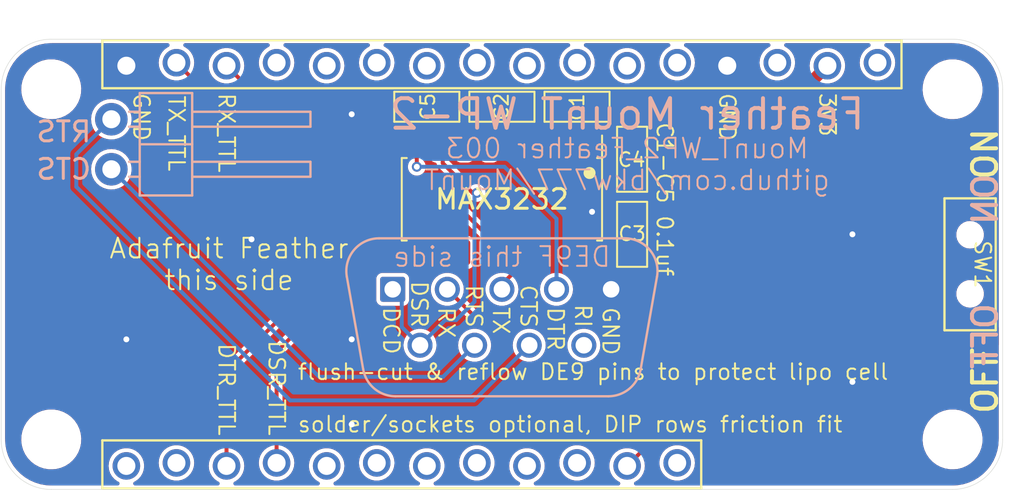
<source format=kicad_pcb>
(kicad_pcb (version 20211014) (generator pcbnew)
  (title_block (title "MounT_WP2_Feather") (date "2022-10-23") (rev "003") (company "Brian K. White - b.kenyon.w@gmail.com") (comment 1 "CC-BY-SA") (comment 2 "github.com/bkw777/MounT"))
  (layers (0 "F.Cu" signal) (31 "B.Cu" signal) (34 "B.Paste" user) (35 "F.Paste" user) (36 "B.SilkS" user "B.Silkscreen") (37 "F.SilkS" user "F.Silkscreen") (38 "B.Mask" user) (39 "F.Mask" user) (44 "Edge.Cuts" user))
  (net 0 "")
  (net 1 "GND")
  (net 2 "Net-(C1-Pad1)")
  (net 3 "Net-(C1-Pad2)")
  (net 4 "Net-(C2-Pad1)")
  (net 5 "Net-(C2-Pad2)")
  (net 6 "Net-(C4-Pad1)")
  (net 7 "Net-(C5-Pad1)")
  (net 8 "/En")
  (net 9 "+3V3")
  (net 10 "/DTR_TTL")
  (net 11 "/DSR_TTL")
  (net 12 "/TX_TTL")
  (net 13 "/RX_TTL")
  (net 14 "/DTR_232")
  (net 15 "/CTS_232")
  (net 16 "/RTS_232")
  (net 17 "/RX_232")
  (net 18 "/TX_232")
  (net 39 "/DSR_DCD_232")
  (footprint "0_LOCAL:C_0805" (layer "F.Cu") (at 151.13 88.519 180)
    (fp_text reference "C1" (at 0 -0.0254 90) (layer "F.SilkS") (effects (font (size 0.7112 0.7112) (thickness 0.1016))))
    (fp_text value "0.1uf")
    (fp_line (start -1.651 -0.762) (end -1.651 0.762) (layer "F.SilkS") (width 0.1016))
    (fp_line (start 1.651 -0.762) (end 1.651 0.762) (layer "F.SilkS") (width 0.1016))
    (fp_line (start 1.651 -0.762) (end -1.651 -0.762) (layer "F.SilkS") (width 0.1016))
    (fp_line (start -1.651 0.762) (end 1.651 0.762) (layer "F.SilkS") (width 0.1016))
    (pad "1" smd roundrect locked (at -1 0 180) (size 1 1.25) (layers "F.Cu" "F.Paste" "F.Mask") (net 2 "Net-(C1-Pad1)"))
    (pad "2" smd roundrect locked (at 1 0 180) (size 1 1.25) (layers "F.Cu" "F.Paste" "F.Mask") (net 3 "Net-(C1-Pad2)"))
  )
  (footprint "0_LOCAL:C_0805" (layer "F.Cu") (at 147.32 88.519 180)
    (fp_text reference "C2" (at 0.0254 0 90) (layer "F.SilkS") (effects (font (size 0.7112 0.7112) (thickness 0.1016))))
    (fp_text value "0.1uf")
    (fp_line (start 1.651 -0.762) (end 1.651 0.762) (layer "F.SilkS") (width 0.1016))
    (fp_line (start -1.651 0.762) (end 1.651 0.762) (layer "F.SilkS") (width 0.1016))
    (fp_line (start 1.651 -0.762) (end -1.651 -0.762) (layer "F.SilkS") (width 0.1016))
    (fp_line (start -1.651 -0.762) (end -1.651 0.762) (layer "F.SilkS") (width 0.1016))
    (pad "1" smd roundrect locked (at -1 0 180) (size 1 1.25) (layers "F.Cu" "F.Paste" "F.Mask") (net 4 "Net-(C2-Pad1)"))
    (pad "2" smd roundrect locked (at 1 0 180) (size 1 1.25) (layers "F.Cu" "F.Paste" "F.Mask") (net 5 "Net-(C2-Pad2)"))
  )
  (footprint "0_LOCAL:Adafruit_Feather_stagger_6mil" (layer "F.Cu") (at 147.32 96.52 180)
    (fp_text reference "J1" hide)
    (fp_text value "Adafruit_Feather")
    (fp_line (start -20.2692 11.3792) (end 20.2692 11.3792) (layer "F.SilkS") (width 0.12))
    (fp_line (start -10.1092 -11.3792) (end -10.1092 -8.9408) (layer "F.SilkS") (width 0.12))
    (fp_line (start -20.2692 8.9408) (end -20.2692 11.3792) (layer "F.SilkS") (width 0.12))
    (fp_line (start 20.2692 -11.3792) (end -10.1092 -11.3792) (layer "F.SilkS") (width 0.12))
    (fp_line (start 20.2692 -8.9408) (end 20.2692 -11.3792) (layer "F.SilkS") (width 0.12))
    (fp_line (start 20.2692 8.9408) (end -20.2692 8.9408) (layer "F.SilkS") (width 0.12))
    (fp_line (start -10.1092 -8.9408) (end 20.2692 -8.9408) (layer "F.SilkS") (width 0.12))
    (fp_line (start 20.2692 11.3792) (end 20.2692 8.9408) (layer "F.SilkS") (width 0.12))
    (pad "" np_thru_hole circle locked (at -22.86 -8.89 180) (size 2.54 2.54) (drill 2.54) (layers *.Cu *.Mask))
    (pad "" np_thru_hole circle locked (at 22.86 8.89 180) (size 2.54 2.54) (drill 2.54) (layers *.Cu *.Mask))
    (pad "" np_thru_hole circle locked (at -22.86 8.89 180) (size 2.54 2.54) (drill 2.54) (layers *.Cu *.Mask))
    (pad "" np_thru_hole circle locked (at 22.86 -8.89 180) (size 2.54 2.54) (drill 2.54) (layers *.Cu *.Mask))
    (pad "1" thru_hole circle locked (at -19.05 10.2362 180) (size 1.397 1.397) (drill 0.9144) (layers *.Cu *.Mask))
    (pad "2" thru_hole circle locked (at -16.51 10.0838 180) (size 1.397 1.397) (drill 0.9144) (layers *.Cu *.Mask) (net 9 "+3V3"))
    (pad "3" thru_hole circle locked (at -13.97 10.2362 180) (size 1.397 1.397) (drill 0.9144) (layers *.Cu *.Mask))
    (pad "4" thru_hole circle locked (at -11.43 10.0838 180) (size 1.397 1.397) (drill 0.9144) (layers *.Cu *.Mask) (net 1 "GND"))
    (pad "5" thru_hole circle locked (at -8.89 10.2362 180) (size 1.397 1.397) (drill 0.9144) (layers *.Cu *.Mask))
    (pad "6" thru_hole circle locked (at -6.35 10.0838 180) (size 1.397 1.397) (drill 0.9144) (layers *.Cu *.Mask))
    (pad "7" thru_hole circle locked (at -3.81 10.2362 180) (size 1.397 1.397) (drill 0.9144) (layers *.Cu *.Mask))
    (pad "8" thru_hole circle locked (at -1.27 10.0838 180) (size 1.397 1.397) (drill 0.9144) (layers *.Cu *.Mask))
    (pad "9" thru_hole circle locked (at 1.27 10.2362 180) (size 1.397 1.397) (drill 0.9144) (layers *.Cu *.Mask))
    (pad "10" thru_hole circle locked (at 3.81 10.0838 180) (size 1.397 1.397) (drill 0.9144) (layers *.Cu *.Mask))
    (pad "11" thru_hole circle locked (at 6.35 10.2362 180) (size 1.397 1.397) (drill 0.9144) (layers *.Cu *.Mask))
    (pad "12" thru_hole circle locked (at 8.89 10.0838 180) (size 1.397 1.397) (drill 0.9144) (layers *.Cu *.Mask))
    (pad "13" thru_hole circle locked (at 11.43 10.2362 180) (size 1.397 1.397) (drill 0.9144) (layers *.Cu *.Mask))
    (pad "14" thru_hole circle locked (at 13.97 10.0838 180) (size 1.397 1.397) (drill 0.9144) (layers *.Cu *.Mask) (net 13 "/RX_TTL"))
    (pad "15" thru_hole circle locked (at 16.51 10.2362 180) (size 1.397 1.397) (drill 0.9144) (layers *.Cu *.Mask) (net 12 "/TX_TTL"))
    (pad "16" thru_hole circle locked (at 19.05 10.0838 180) (size 1.397 1.397) (drill 0.9144) (layers *.Cu *.Mask) (net 1 "GND"))
    (pad "17" thru_hole circle locked (at 19.05 -10.2362 180) (size 1.397 1.397) (drill 0.9144) (layers *.Cu *.Mask))
    (pad "18" thru_hole circle locked (at 16.51 -10.0838 180) (size 1.397 1.397) (drill 0.9144) (layers *.Cu *.Mask))
    (pad "19" thru_hole circle locked (at 13.97 -10.2362 180) (size 1.397 1.397) (drill 0.9144) (layers *.Cu *.Mask) (net 10 "/DTR_TTL"))
    (pad "20" thru_hole circle locked (at 11.43 -10.0838 180) (size 1.397 1.397) (drill 0.9144) (layers *.Cu *.Mask) (net 11 "/DSR_TTL"))
    (pad "21" thru_hole circle locked (at 8.89 -10.2362 180) (size 1.397 1.397) (drill 0.9144) (layers *.Cu *.Mask))
    (pad "22" thru_hole circle locked (at 6.35 -10.0838 180) (size 1.397 1.397) (drill 0.9144) (layers *.Cu *.Mask))
    (pad "23" thru_hole circle locked (at 3.81 -10.2362 180) (size 1.397 1.397) (drill 0.9144) (layers *.Cu *.Mask))
    (pad "24" thru_hole circle locked (at 1.27 -10.0838 180) (size 1.397 1.397) (drill 0.9144) (layers *.Cu *.Mask))
    (pad "25" thru_hole circle locked (at -1.27 -10.2362 180) (size 1.397 1.397) (drill 0.9144) (layers *.Cu *.Mask))
    (pad "26" thru_hole circle locked (at -3.81 -10.0838 180) (size 1.397 1.397) (drill 0.9144) (layers *.Cu *.Mask))
    (pad "27" thru_hole circle locked (at -6.35 -10.2362 180) (size 1.397 1.397) (drill 0.9144) (layers *.Cu *.Mask) (net 8 "/En"))
    (pad "28" thru_hole circle locked (at -8.89 -10.0838 180) (size 1.397 1.397) (drill 0.9144) (layers *.Cu *.Mask))
  )
  (footprint "0_LOCAL:SOIC-16_W3.90mm" (layer "F.Cu") (at 147.32 93.218 180)
    (fp_text reference "U1" hide)
    (fp_text value "MAX3232" (at 0 0) (layer "F.SilkS"))
    (fp_line (start 4.826 2.0955) (end 5.08 2.0955) (layer "F.SilkS") (width 0.1))
    (fp_line (start -5.08 2.0955) (end -4.826 2.0955) (layer "F.SilkS") (width 0.1))
    (fp_line (start 5.08 2.0955) (end 5.08 -2.0955) (layer "F.SilkS") (width 0.1))
    (fp_line (start -5.08 -2.0955) (end -4.826 -2.0955) (layer "F.SilkS") (width 0.1))
    (fp_line (start 4.826 -2.0955) (end 5.08 -2.0955) (layer "F.SilkS") (width 0.1))
    (fp_line (start -5.08 -2.0955) (end -5.08 3.2385) (layer "F.SilkS") (width 0.1))
    (fp_circle (center -4.445 1.3335) (end -4.2926 1.3335) (layer "F.SilkS") (width 0.3048) (fill none))
    (pad "1" smd roundrect locked (at -4.445 2.7 180) (size 0.6 1.27) (layers "F.Cu" "F.Paste" "F.Mask") (net 2 "Net-(C1-Pad1)"))
    (pad "2" smd roundrect locked (at -3.175 2.7 180) (size 0.6 1.27) (layers "F.Cu" "F.Paste" "F.Mask") (net 6 "Net-(C4-Pad1)"))
    (pad "3" smd roundrect locked (at -1.905 2.7 180) (size 0.6 1.27) (layers "F.Cu" "F.Paste" "F.Mask") (net 3 "Net-(C1-Pad2)"))
    (pad "4" smd roundrect locked (at -0.635 2.7 180) (size 0.6 1.27) (layers "F.Cu" "F.Paste" "F.Mask") (net 4 "Net-(C2-Pad1)"))
    (pad "5" smd roundrect locked (at 0.635 2.7 180) (size 0.6 1.27) (layers "F.Cu" "F.Paste" "F.Mask") (net 5 "Net-(C2-Pad2)"))
    (pad "6" smd roundrect locked (at 1.905 2.7 180) (size 0.6 1.27) (layers "F.Cu" "F.Paste" "F.Mask") (net 7 "Net-(C5-Pad1)"))
    (pad "7" smd roundrect locked (at 3.175 2.7 180) (size 0.6 1.27) (layers "F.Cu" "F.Paste" "F.Mask") (net 39 "/DSR_DCD_232"))
    (pad "8" smd roundrect locked (at 4.445 2.7 180) (size 0.6 1.27) (layers "F.Cu" "F.Paste" "F.Mask") (net 14 "/DTR_232"))
    (pad "9" smd roundrect locked (at 4.445 -2.7 180) (size 0.6 1.27) (layers "F.Cu" "F.Paste" "F.Mask") (net 11 "/DSR_TTL"))
    (pad "10" smd roundrect locked (at 3.175 -2.7 180) (size 0.6 1.27) (layers "F.Cu" "F.Paste" "F.Mask") (net 10 "/DTR_TTL"))
    (pad "11" smd roundrect locked (at 1.905 -2.7 180) (size 0.6 1.27) (layers "F.Cu" "F.Paste" "F.Mask") (net 12 "/TX_TTL"))
    (pad "12" smd roundrect locked (at 0.635 -2.7 180) (size 0.6 1.27) (layers "F.Cu" "F.Paste" "F.Mask") (net 13 "/RX_TTL"))
    (pad "13" smd roundrect locked (at -0.635 -2.7 180) (size 0.6 1.27) (layers "F.Cu" "F.Paste" "F.Mask") (net 18 "/TX_232"))
    (pad "14" smd roundrect locked (at -1.905 -2.7 180) (size 0.6 1.27) (layers "F.Cu" "F.Paste" "F.Mask") (net 17 "/RX_232"))
    (pad "15" smd roundrect locked (at -3.175 -2.7 180) (size 0.6 1.27) (layers "F.Cu" "F.Paste" "F.Mask") (net 1 "GND"))
    (pad "16" smd roundrect locked (at -4.445 -2.7 180) (size 0.6 1.27) (layers "F.Cu" "F.Paste" "F.Mask") (net 9 "+3V3"))
  )
  (footprint "0_LOCAL:C_0805" (layer "F.Cu") (at 143.51 88.519 180)
    (fp_text reference "C5" (at -0.0508 0 90) (layer "F.SilkS") (effects (font (size 0.7112 0.7112) (thickness 0.1016))))
    (fp_text value "0.1uf")
    (fp_line (start -1.651 0.762) (end 1.651 0.762) (layer "F.SilkS") (width 0.1016))
    (fp_line (start 1.651 -0.762) (end -1.651 -0.762) (layer "F.SilkS") (width 0.1016))
    (fp_line (start 1.651 -0.762) (end 1.651 0.762) (layer "F.SilkS") (width 0.1016))
    (fp_line (start -1.651 -0.762) (end -1.651 0.762) (layer "F.SilkS") (width 0.1016))
    (pad "1" smd roundrect locked (at -1 0 180) (size 1 1.25) (layers "F.Cu" "F.Paste" "F.Mask") (net 7 "Net-(C5-Pad1)"))
    (pad "2" smd roundrect locked (at 1 0 180) (size 1 1.25) (layers "F.Cu" "F.Paste" "F.Mask") (net 1 "GND"))
  )
  (footprint "0_LOCAL:C_0805" (layer "F.Cu") (at 153.924 94.996 90)
    (fp_text reference "C3" (at 0.0254 0) (layer "F.SilkS") (effects (font (size 0.7112 0.7112) (thickness 0.1016))))
    (fp_text value "0.1uf")
    (fp_line (start -1.651 -0.762) (end -1.651 0.762) (layer "F.SilkS") (width 0.1016))
    (fp_line (start 1.651 -0.762) (end -1.651 -0.762) (layer "F.SilkS") (width 0.1016))
    (fp_line (start -1.651 0.762) (end 1.651 0.762) (layer "F.SilkS") (width 0.1016))
    (fp_line (start 1.651 -0.762) (end 1.651 0.762) (layer "F.SilkS") (width 0.1016))
    (pad "1" smd roundrect locked (at -1 0 90) (size 1 1.25) (layers "F.Cu" "F.Paste" "F.Mask") (net 9 "+3V3"))
    (pad "2" smd roundrect locked (at 1 0 90) (size 1 1.25) (layers "F.Cu" "F.Paste" "F.Mask") (net 1 "GND"))
  )
  (footprint "0_LOCAL:C_0805" (layer "F.Cu") (at 153.924 91.186 90)
    (fp_text reference "C4" (at -0.0254 -0.0254) (layer "F.SilkS") (effects (font (size 0.7112 0.7112) (thickness 0.1016))))
    (fp_text value "0.1uf")
    (fp_line (start 1.651 -0.762) (end -1.651 -0.762) (layer "F.SilkS") (width 0.1016))
    (fp_line (start -1.651 -0.762) (end -1.651 0.762) (layer "F.SilkS") (width 0.1016))
    (fp_line (start 1.651 -0.762) (end 1.651 0.762) (layer "F.SilkS") (width 0.1016))
    (fp_line (start -1.651 0.762) (end 1.651 0.762) (layer "F.SilkS") (width 0.1016))
    (pad "1" smd roundrect locked (at -1 0 90) (size 1 1.25) (layers "F.Cu" "F.Paste" "F.Mask") (net 6 "Net-(C4-Pad1)"))
    (pad "2" smd roundrect locked (at 1 0 90) (size 1 1.25) (layers "F.Cu" "F.Paste" "F.Mask") (net 1 "GND"))
  )
  (footprint "0_LOCAL:EG1215" (layer "F.Cu") (at 171.069 96.52 90)
    (fp_text reference "SW1" (at 0 0.635 270 unlocked) (layer "F.SilkS") (effects (font (size 0.8 0.8) (thickness 0.1))))
    (fp_text value "CUS-12TB")
    (fp_line (start -3.35 -1.3) (end -3.35 1.3) (layer "F.SilkS") (width 0.12))
    (fp_line (start 3.35 -1.3) (end -3.35 -1.3) (layer "F.SilkS") (width 0.12))
    (fp_line (start -3.35 1.3) (end 3.35 1.3) (layer "F.SilkS") (width 0.12))
    (fp_line (start 3.35 1.3) (end 3.35 -1.3) (layer "F.SilkS") (width 0.12))
    (pad "" np_thru_hole circle (at -1.5 0 90) (size 0.9 0.9) (drill 0.9) (layers *.Cu *.Mask))
    (pad "" np_thru_hole circle (at 1.5 0 90) (size 0.9 0.9) (drill 0.9) (layers *.Cu *.Mask))
    (pad "1" smd roundrect (at -2.25 -1.75 90) (size 0.7 1.5) (layers "F.Cu" "F.Paste" "F.Mask") (roundrect_rratio 0.1) (net 8 "/En"))
    (pad "2" smd roundrect (at 0.75 -1.75 90) (size 0.7 1.5) (layers "F.Cu" "F.Paste" "F.Mask") (roundrect_rratio 0.1) (net 1 "GND"))
    (pad "3" smd roundrect (at 2.25 -1.75 90) (size 0.7 1.5) (layers "F.Cu" "F.Paste" "F.Mask") (roundrect_rratio 0.1) (net 1 "GND"))
    (pad "S" smd roundrect (at -3.65 1.05 90) (size 1 0.8) (layers "F.Cu" "F.Paste" "F.Mask") (roundrect_rratio 0.1) (net 1 "GND"))
    (pad "S" smd roundrect (at 3.65 -1.05 90) (size 1 0.8) (layers "F.Cu" "F.Paste" "F.Mask") (roundrect_rratio 0.1) (net 1 "GND"))
    (pad "S" smd roundrect (at -3.65 -1.05 90) (size 1 0.8) (layers "F.Cu" "F.Paste" "F.Mask") (roundrect_rratio 0.1) (net 1 "GND"))
    (pad "S" smd roundrect (at 3.65 1.05 90) (size 1 0.8) (layers "F.Cu" "F.Paste" "F.Mask") (roundrect_rratio 0.1) (net 1 "GND"))
  )
  (footprint "0_LOCAL:PinHeader_1x02_P2.54mm_Horizontal" (layer "B.Cu") (at 127.508 91.694)
    (fp_text reference "JP1" hide)
    (fp_text value "Jumper_2_Bridged")
    (fp_line (start 1.44 -1.27) (end 4.1 -1.27) (layer "B.SilkS") (width 0.12))
    (fp_line (start 1.44 -3.87) (end 4.1 -3.87) (layer "B.SilkS") (width 0.12))
    (fp_line (start 4.1 1.33) (end 1.44 1.33) (layer "B.SilkS") (width 0.12))
    (fp_line (start 1.44 1.33) (end 1.44 -3.87) (layer "B.SilkS") (width 0.12))
    (fp_line (start 4.1 -3.87) (end 4.1 1.33) (layer "B.SilkS") (width 0.12))
    (fp_line (start 10.1 -0.38) (end 4.1 -0.38) (layer "B.SilkS") (width 0.12))
    (fp_line (start 0.9 -0.38) (end 1.44 -0.38) (layer "B.SilkS") (width 0.12))
    (fp_line (start 0.9 -2.16) (end 1.44 -2.16) (layer "B.SilkS") (width 0.12))
    (fp_line (start 0.9 0.38) (end 1.44 0.38) (layer "B.SilkS") (width 0.12))
    (fp_line (start 10.1 -2.16) (end 10.1 -2.92) (layer "B.SilkS") (width 0.12))
    (fp_line (start 4.1 0.38) (end 10.1 0.38) (layer "B.SilkS") (width 0.12))
    (fp_line (start 4.1 -2.16) (end 10.1 -2.16) (layer "B.SilkS") (width 0.12))
    (fp_line (start 10.1 -2.92) (end 4.1 -2.92) (layer "B.SilkS") (width 0.12))
    (fp_line (start 0.9 -2.92) (end 1.44 -2.92) (layer "B.SilkS") (width 0.12))
    (fp_line (start 10.1 0.38) (end 10.1 -0.38) (layer "B.SilkS") (width 0.12))
    (pad "1" thru_hole circle (at 0 0) (size 1.651 1.651) (drill 0.9144) (layers *.Cu *.Mask) (net 16 "/RTS_232"))
    (pad "2" thru_hole circle (at 0 -2.54) (size 1.651 1.651) (drill 0.9144) (layers *.Cu *.Mask) (net 15 "/CTS_232"))
  )
  (footprint "0_LOCAL:DSUB-9_Female_Vertical_P2.77x2.84mm" (layer "B.Cu") (at 141.78 97.79 180)
    (fp_text reference "J2" hide)
    (fp_text value "DE9_Female")
    (fp_line (start 2.32647 0.641744) (end 1.497733 -4.058256) (layer "B.SilkS") (width 0.12))
    (fp_line (start -13.40647 0.641744) (end -12.577733 -4.058256) (layer "B.SilkS") (width 0.12))
    (fp_line (start -10.942952 -5.43) (end -0.137048 -5.43) (layer "B.SilkS") (width 0.12))
    (fp_line (start -11.771689 2.59) (end 0.691689 2.59) (layer "B.SilkS") (width 0.12))
    (fp_arc (start -0.137048 -5.43) (mid 0.92998 -5.041634) (end 1.497733 -4.058256) (layer "B.SilkS") (width 0.12))
    (fp_arc (start 2.32647 0.641744) (mid 1.963323 1.997027) (end 0.691689 2.59) (layer "B.SilkS") (width 0.12))
    (fp_arc (start -11.771689 2.59) (mid -13.043323 1.997027) (end -13.40647 0.641744) (layer "B.SilkS") (width 0.12))
    (fp_arc (start -12.577733 -4.058256) (mid -12.00998 -5.041634) (end -10.942952 -5.43) (layer "B.SilkS") (width 0.12))
    (pad "1" thru_hole roundrect locked (at 0 0 180) (size 1.27 1.27) (drill 0.8382) (layers *.Cu *.Mask) (roundrect_rratio 0.1) (net 39 "/DSR_DCD_232"))
    (pad "2" thru_hole circle locked (at -2.77 0 180) (size 1.27 1.27) (drill 0.8382) (layers *.Cu *.Mask) (net 17 "/RX_232"))
    (pad "3" thru_hole circle locked (at -5.54 0 180) (size 1.27 1.27) (drill 0.8382) (layers *.Cu *.Mask) (net 18 "/TX_232"))
    (pad "4" thru_hole circle locked (at -8.31 0 180) (size 1.27 1.27) (drill 0.8382) (layers *.Cu *.Mask) (net 14 "/DTR_232"))
    (pad "5" thru_hole circle locked (at -11.08 0 180) (size 1.27 1.27) (drill 0.8382) (layers *.Cu *.Mask) (net 1 "GND"))
    (pad "6" thru_hole circle locked (at -1.385 -2.84 180) (size 1.27 1.27) (drill 0.8382) (layers *.Cu *.Mask) (net 39 "/DSR_DCD_232"))
    (pad "7" thru_hole circle locked (at -4.155 -2.84 180) (size 1.27 1.27) (drill 0.8382) (layers *.Cu *.Mask) (net 16 "/RTS_232"))
    (pad "8" thru_hole circle locked (at -6.925 -2.84 180) (size 1.27 1.27) (drill 0.8382) (layers *.Cu *.Mask) (net 15 "/CTS_232"))
    (pad "9" thru_hole circle locked (at -9.695 -2.84 180) (size 1.27 1.27) (drill 0.8382) (layers *.Cu *.Mask))
  )
  (gr_line (start 124.46 107.95) (end 170.18 107.95) (layer "Edge.Cuts") (width 0.0254))
  (gr_line (start 172.72 105.41) (end 172.72 87.63) (layer "Edge.Cuts") (width 0.0254))
  (gr_line (start 170.18 85.09) (end 124.46 85.09) (layer "Edge.Cuts") (width 0.0254))
  (gr_line (start 121.92 87.63) (end 121.92 105.41) (layer "Edge.Cuts") (width 0.0254))
  (gr_arc (start 124.46 107.95) (mid 122.663949 107.206051) (end 121.92 105.41) (layer "Edge.Cuts") (width 0.0254))
  (gr_arc (start 121.92 87.63) (mid 122.663949 85.833949) (end 124.46 85.09) (layer "Edge.Cuts") (width 0.0254))
  (gr_arc (start 170.18 85.09) (mid 171.976051 85.833949) (end 172.72 87.63) (layer "Edge.Cuts") (width 0.0254))
  (gr_arc (start 172.72 105.41) (mid 171.976051 107.206051) (end 170.18 107.95) (layer "Edge.Cuts") (width 0.0254))
  (gr_text "ON" (at 171.831 93.218 90) (layer "B.SilkS") (effects (font (size 1.2192 1.2192) (thickness 0.2032)) (justify mirror)))
  (gr_text "Feather MounT WP-2" (at 153.67 88.9) (layer "B.SilkS") (effects (font (size 1.5 1.5) (thickness 0.2)) (justify mirror)))
  (gr_text "CTS" (at 125.095 91.694) (layer "B.SilkS") (effects (font (size 1.016 1.016) (thickness 0.1524)) (justify mirror)))
  (gr_text "OFF" (at 171.831 100.203 90) (layer "B.SilkS") (effects (font (size 1.2192 1.2192) (thickness 0.2032)) (justify mirror)))
  (gr_text "RTS" (at 125.095 89.789) (layer "B.SilkS") (effects (font (size 1.016 1.016) (thickness 0.1524)) (justify mirror)))
  (gr_text "${TITLE} ${REVISION}\n${COMMENT2}" (at 153.67 91.44) (layer "B.SilkS") (effects (font (size 1 1) (thickness 0.1)) (justify mirror)))
  (gr_text "DE9F this side" (at 147.32 96.139) (layer "B.SilkS") (effects (font (size 1 1) (thickness 0.1)) (justify mirror)))
  (gr_text "ON" (at 171.831 92.329 90) (layer "F.SilkS") (effects (font (size 1.2192 1.2192) (thickness 0.2032)) (justify left)))
  (gr_text "Adafruit Feather\nthis side" (at 133.477 96.52) (layer "F.SilkS") (effects (font (size 1 1) (thickness 0.1))))
  (gr_text "flush-cut & reflow DE9 pins to protect lipo cell" (at 136.906 101.981) (layer "F.SilkS") (effects (font (size 0.8 0.8) (thickness 0.1)) (justify left)))
  (gr_text "GND" (at 152.8318 98.6282 270) (layer "F.SilkS") (effects (font (size 0.8 0.8) (thickness 0.1)) (justify left)))
  (gr_text "solder/sockets optional, DIP rows friction fit" (at 136.906 104.648) (layer "F.SilkS") (effects (font (size 0.8 0.8) (thickness 0.1)) (justify left)))
  (gr_text "DSR_TTL" (at 135.89 105.283 270) (layer "F.SilkS") (effects (font (size 0.8 0.8) (thickness 0.1)) (justify right)))
  (gr_text "RTS" (at 145.8976 99.7966 270) (layer "F.SilkS") (effects (font (size 0.8 0.8) (thickness 0.1)) (justify right)))
  (gr_text "3V3" (at 163.83 87.757 270) (layer "F.SilkS") (effects (font (size 0.8 0.8) (thickness 0.1)) (justify left)))
  (gr_text "C1-C5 0.1uf" (at 155.575 93.218 270) (layer "F.SilkS") (effects (font (size 0.8 0.8) (thickness 0.1))))
  (gr_text "GND" (at 158.75 87.757 270) (layer "F.SilkS") (effects (font (size 0.8 0.8) (thickness 0.1)) (justify left)))
  (gr_text "DTR_TTL" (at 133.35 105.283 270) (layer "F.SilkS") (effects (font (size 0.8 0.8) (thickness 0.1)) (justify right)))
  (gr_text "OFF" (at 171.831 100.584 90) (layer "F.SilkS") (effects (font (size 1.2192 1.2192) (thickness 0.2032)) (justify right)))
  (gr_text "RX_TTL" (at 133.35 87.757 270) (layer "F.SilkS") (effects (font (size 0.8 0.8) (thickness 0.1)) (justify left)))
  (gr_text "RX" (at 144.5006 98.6282 270) (layer "F.SilkS") (effects (font (size 0.8 0.8) (thickness 0.1)) (justify left)))
  (gr_text "RI" (at 151.4348 99.7966 270) (layer "F.SilkS") (effects (font (size 0.8 0.8) (thickness 0.1)) (justify right)))
  (gr_text "DTR" (at 150.0378 98.6282 270) (layer "F.SilkS") (effects (font (size 0.8 0.8) (thickness 0.1)) (justify left)))
  (gr_text "TX" (at 147.2692 98.6282 270) (layer "F.SilkS") (effects (font (size 0.8 0.8) (thickness 0.1)) (justify left)))
  (gr_text "DSR" (at 143.129 99.7966 270) (layer "F.SilkS") (effects (font (size 0.8 0.8) (thickness 0.1)) (justify right)))
  (gr_text "DCD" (at 141.7066 98.6282 270) (layer "F.SilkS") (effects (font (size 0.8 0.8) (thickness 0.1)) (justify left)))
  (gr_text "TX_TTL" (at 130.81 87.884 270) (layer "F.SilkS") (effects (font (size 0.8 0.8) (thickness 0.1)) (justify left)))
  (gr_text "GND" (at 129.032 87.757 270) (layer "F.SilkS") (effects (font (size 0.8 0.8) (thickness 0.1)) (justify left)))
  (gr_text "CTS" (at 148.6662 99.7966 270) (layer "F.SilkS") (effects (font (size 0.8 0.8) (thickness 0.1)) (justify right)))
  (via (at 139.7 104.648) (size 0.5) (drill 0.3) (layers "F.Cu" "B.Cu") (net 1))
  (via (at 139.7 100.33) (size 0.5) (drill 0.3) (layers "F.Cu" "B.Cu") (net 1))
  (via (at 151.892 93.853) (size 0.5) (drill 0.3) (layers "F.Cu" "B.Cu") (net 1))
  (via (at 165.1 94.996) (size 0.5) (drill 0.3) (layers "F.Cu" "B.Cu") (net 1))
  (via (at 128.27 100.33) (size 0.5) (drill 0.3) (layers "F.Cu" "B.Cu") (net 1))
  (via (at 165.1 102.489) (size 0.5) (drill 0.3) (layers "F.Cu" "B.Cu") (net 1))
  (via (at 134.62 95.25) (size 0.5) (drill 0.3) (layers "F.Cu" "B.Cu") (net 1))
  (via (at 139.7 88.9) (size 0.5) (drill 0.3) (layers "F.Cu" "B.Cu") (net 1))
  (segment (start 151.84 88.809) (end 152.13 88.519) (width 0.4064) (layer "F.Cu") (net 2))
  (segment (start 151.84 90.443) (end 151.84 88.809) (width 0.4064) (layer "F.Cu") (net 2))
  (segment (start 151.765 90.518) (end 151.84 90.443) (width 0.4064) (layer "F.Cu") (net 2))
  (segment (start 149.32279 89.66721) (end 149.8346 89.1554) (width 0.4064) (layer "F.Cu") (net 3))
  (segment (start 149.32279 90.42021) (end 149.32279 89.66721) (width 0.4064) (layer "F.Cu") (net 3))
  (segment (start 149.225 90.518) (end 149.32279 90.42021) (width 0.4064) (layer "F.Cu") (net 3))
  (segment (start 149.8346 88.8144) (end 150.13 88.519) (width 0.4064) (layer "F.Cu") (net 3))
  (segment (start 149.8346 89.1554) (end 149.8346 88.8144) (width 0.4064) (layer "F.Cu") (net 3))
  (segment (start 148.03 88.809) (end 148.32 88.519) (width 0.4064) (layer "F.Cu") (net 4))
  (segment (start 147.955 90.518) (end 148.03 90.443) (width 0.4064) (layer "F.Cu") (net 4))
  (segment (start 148.03 90.443) (end 148.03 88.809) (width 0.4064) (layer "F.Cu") (net 4))
  (segment (start 146.61 88.809) (end 146.32 88.519) (width 0.4064) (layer "F.Cu") (net 5))
  (segment (start 146.61 90.443) (end 146.61 88.809) (width 0.4064) (layer "F.Cu") (net 5))
  (segment (start 146.685 90.518) (end 146.61 90.443) (width 0.4064) (layer "F.Cu") (net 5))
  (segment (start 150.495 91.4146) (end 150.495 90.518) (width 0.4064) (layer "F.Cu") (net 6))
  (segment (start 151.2664 92.186) (end 150.495 91.4146) (width 0.4064) (layer "F.Cu") (net 6))
  (segment (start 153.924 92.186) (end 151.2664 92.186) (width 0.4064) (layer "F.Cu") (net 6))
  (segment (start 145.415 90.518) (end 145.32 90.423) (width 0.4064) (layer "F.Cu") (net 7))
  (segment (start 145.32 89.65) (end 144.8 89.13) (width 0.4064) (layer "F.Cu") (net 7))
  (segment (start 144.8 89.13) (end 144.8 88.809) (width 0.4064) (layer "F.Cu") (net 7))
  (segment (start 144.8 88.809) (end 144.51 88.519) (width 0.4064) (layer "F.Cu") (net 7))
  (segment (start 145.32 90.423) (end 145.32 89.65) (width 0.4064) (layer "F.Cu") (net 7))
  (segment (start 169.319 98.77) (end 161.6562 98.77) (width 0.2) (layer "F.Cu") (net 8))
  (segment (start 161.6562 98.77) (end 153.67 106.7562) (width 0.2) (layer "F.Cu") (net 8))
  (segment (start 154.2702 95.996) (end 153.924 95.996) (width 0.6) (layer "F.Cu") (net 9))
  (segment (start 153.846 95.918) (end 151.765 95.918) (width 0.6) (layer "F.Cu") (net 9))
  (segment (start 163.83 86.4362) (end 154.2702 95.996) (width 0.6) (layer "F.Cu") (net 9))
  (segment (start 133.35 106.7562) (end 133.35 101.981) (width 0.2) (layer "F.Cu") (net 10))
  (segment (start 140.7668 94.5642) (end 143.4592 94.5642) (width 0.2) (layer "F.Cu") (net 10))
  (segment (start 143.97228 95.07728) (end 143.97228 95.74528) (width 0.2) (layer "F.Cu") (net 10))
  (segment (start 143.4592 94.5642) (end 143.97228 95.07728) (width 0.2) (layer "F.Cu") (net 10))
  (segment (start 133.35 101.981) (end 140.7668 94.5642) (width 0.2) (layer "F.Cu") (net 10))
  (segment (start 143.97228 95.74528) (end 144.145 95.918) (width 0.2) (layer "F.Cu") (net 10))
  (segment (start 135.89 106.6038) (end 135.89 100.965) (width 0.2) (layer "F.Cu") (net 11))
  (segment (start 140.937 95.918) (end 142.875 95.918) (width 0.2) (layer "F.Cu") (net 11))
  (segment (start 135.89 100.965) (end 140.937 95.918) (width 0.2) (layer "F.Cu") (net 11))
  (segment (start 143.7894 93.599) (end 138.1252 93.599) (width 0.2) (layer "F.Cu") (net 12))
  (segment (start 145.24228 95.05188) (end 143.7894 93.599) (width 0.2) (layer "F.Cu") (net 12))
  (segment (start 145.24228 95.74528) (end 145.24228 95.05188) (width 0.2) (layer "F.Cu") (net 12))
  (segment (start 145.415 95.918) (end 145.24228 95.74528) (width 0.2) (layer "F.Cu") (net 12))
  (segment (start 138.1252 93.599) (end 130.81 86.2838) (width 0.2) (layer "F.Cu") (net 12))
  (segment (start 146.51228 95.74528) (end 146.51228 94.996) (width 0.2) (layer "F.Cu") (net 13))
  (segment (start 146.51228 94.996) (end 144.17548 92.6592) (width 0.2) (layer "F.Cu") (net 13))
  (segment (start 139.573 92.6592) (end 133.35 86.4362) (width 0.2) (layer "F.Cu") (net 13))
  (segment (start 146.685 95.918) (end 146.51228 95.74528) (width 0.2) (layer "F.Cu") (net 13))
  (segment (start 144.17548 92.6592) (end 139.573 92.6592) (width 0.2) (layer "F.Cu") (net 13))
  (segment (start 143.002 90.645) (end 142.875 90.518) (width 0.2) (layer "F.Cu") (net 14))
  (segment (start 143.002 91.567) (end 143.002 90.645) (width 0.2) (layer "F.Cu") (net 14))
  (via (at 143.002 91.567) (size 0.5) (drill 0.3) (layers "F.Cu" "B.Cu") (net 14))
  (segment (start 150.09 94.21) (end 150.09 97.79) (width 0.2) (layer "B.Cu") (net 14))
  (segment (start 147.447 91.567) (end 150.09 94.21) (width 0.2) (layer "B.Cu") (net 14))
  (segment (start 143.002 91.567) (end 147.447 91.567) (width 0.2) (layer "B.Cu") (net 14))
  (segment (start 136.5758 103.4288) (end 125.73 92.583) (width 0.2) (layer "B.Cu") (net 15))
  (segment (start 125.73 92.583) (end 125.73 90.932) (width 0.2) (layer "B.Cu") (net 15))
  (segment (start 125.73 90.932) (end 127.508 89.154) (width 0.2) (layer "B.Cu") (net 15))
  (segment (start 148.705 100.63) (end 145.9062 103.4288) (width 0.2) (layer "B.Cu") (net 15))
  (segment (start 145.9062 103.4288) (end 136.5758 103.4288) (width 0.2) (layer "B.Cu") (net 15))
  (segment (start 138.049 102.235) (end 127.508 91.694) (width 0.2) (layer "B.Cu") (net 16))
  (segment (start 145.935 100.63) (end 144.33 102.235) (width 0.2) (layer "B.Cu") (net 16))
  (segment (start 144.33 102.235) (end 138.049 102.235) (width 0.2) (layer "B.Cu") (net 16))
  (segment (start 144.55 97.79) (end 145.947 99.187) (width 0.2) (layer "F.Cu") (net 17))
  (segment (start 148.6916 98.3728) (end 148.6916 97.1296) (width 0.2) (layer "F.Cu") (net 17))
  (segment (start 148.6916 97.1296) (end 149.0472 96.774) (width 0.2) (layer "F.Cu") (net 17))
  (segment (start 149.0472 96.0958) (end 149.225 95.918) (width 0.2) (layer "F.Cu") (net 17))
  (segment (start 147.8774 99.187) (end 148.6916 98.3728) (width 0.2) (layer "F.Cu") (net 17))
  (segment (start 145.947 99.187) (end 147.8774 99.187) (width 0.2) (layer "F.Cu") (net 17))
  (segment (start 149.0472 96.774) (end 149.0472 96.0958) (width 0.2) (layer "F.Cu") (net 17))
  (segment (start 147.32 97.79) (end 147.32 97.536) (width 0.2) (layer "F.Cu") (net 18))
  (segment (start 147.78228 96.09072) (end 147.955 95.918) (width 0.2) (layer "F.Cu") (net 18))
  (segment (start 147.78228 97.07372) (end 147.78228 96.09072) (width 0.2) (layer "F.Cu") (net 18))
  (segment (start 147.32 97.536) (end 147.78228 97.07372) (width 0.2) (layer "F.Cu") (net 18))
  (segment (start 144.31772 91.37904) (end 144.31772 90.69072) (width 0.2) (layer "F.Cu") (net 39))
  (segment (start 144.31772 90.69072) (end 144.145 90.518) (width 0.2) (layer "F.Cu") (net 39))
  (segment (start 146.045 92.895) (end 145.83368 92.895) (width 0.2) (layer "F.Cu") (net 39))
  (segment (start 145.83368 92.895) (end 144.31772 91.37904) (width 0.2) (layer "F.Cu") (net 39))
  (via (at 146.045 92.895) (size 0.5) (drill 0.3) (layers "F.Cu" "B.Cu") (net 39))
  (segment (start 145.92808 93.01192) (end 145.92808 98.41992) (width 0.2) (layer "B.Cu") (net 39))
  (segment (start 144.99844 99.34956) (end 144.44544 99.34956) (width 0.2) (layer "B.Cu") (net 39))
  (segment (start 142.24 99.705) (end 143.165 100.63) (width 0.2) (layer "B.Cu") (net 39))
  (segment (start 144.44544 99.34956) (end 143.165 100.63) (width 0.2) (layer "B.Cu") (net 39))
  (segment (start 145.92808 98.41992) (end 144.99844 99.34956) (width 0.2) (layer "B.Cu") (net 39))
  (segment (start 146.045 92.895) (end 145.92808 93.01192) (width 0.2) (layer "B.Cu") (net 39))
  (segment (start 142.24 98.25) (end 142.24 99.705) (width 0.2) (layer "B.Cu") (net 39))
  (segment (start 141.78 97.79) (end 142.24 98.25) (width 0.2) (layer "B.Cu") (net 39))
  (zone (net 1) (net_name "GND") (layer "F.Cu") (connect_pads yes (clearance 0.2)) (min_thickness 0.2) (fill yes (thermal_gap 0.2) (thermal_bridge_width 0.3) (smoothing fillet) (radius 0.1))
    (polygon (pts (xy 121.92 85.09) (xy 172.72 85.09) (xy 172.72 107.95) (xy 121.92 107.95)))
  )
  (zone (net 1) (net_name "GND") (layer "B.Cu") (connect_pads yes (clearance 0.2)) (min_thickness 0.2) (fill yes (thermal_gap 0.2) (thermal_bridge_width 0.3) (smoothing fillet) (radius 0.1))
    (polygon (pts (xy 121.92 85.09) (xy 172.72 85.09) (xy 172.72 107.95) (xy 121.92 107.95)))
  )
)
</source>
